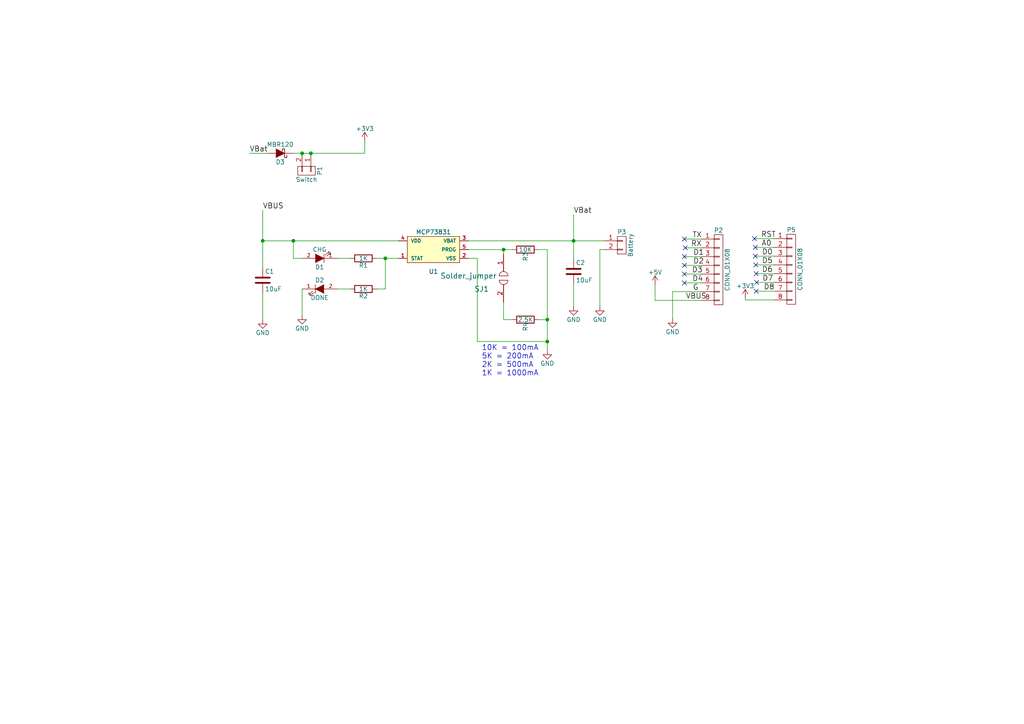
<source format=kicad_sch>
(kicad_sch (version 20230121) (generator eeschema)
  (paper "A4")
  (title_block (title "WeMo LiPoly/LiIon Backpack") (date "2016-05-05") (rev "v0.1") (company "Electronic Cats") (comment 1 "Andrés Sabas"))
  (lib_symbols
    (symbol "BackpackLipoWemo-rescue:+3.3V" (power) (pin_names (offset 0))
      (property "Value" "+3.3V" (at 0 3.556 0))
      (symbol "+3.3V_0_1"
        (polyline (pts (xy -0.762 1.27) (xy 0 2.54)))
        (polyline (pts (xy 0 0) (xy 0 2.54)))
        (polyline (pts (xy 0 2.54) (xy 0.762 1.27)))
      )
      (symbol "+3.3V_1_1"
        (pin power_in line (at 0 0 90) (length 0) hide (name "+3V3") (number "1"))
      )
    )
    (symbol "BackpackLipoWemo-rescue:+5V" (power) (pin_names (offset 0))
      (property "Value" "+5V" (at 0 3.556 0))
      (symbol "+5V_0_1"
        (polyline (pts (xy -0.762 1.27) (xy 0 2.54)))
        (polyline (pts (xy 0 0) (xy 0 2.54)))
        (polyline (pts (xy 0 2.54) (xy 0.762 1.27)))
      )
      (symbol "+5V_1_1"
        (pin power_in line (at 0 0 90) (length 0) hide (name "+5V") (number "1"))
      )
    )
    (symbol "BackpackLipoWemo-rescue:C" (pin_numbers hide) (pin_names (offset 0.254))
      (property "Reference" "C" (at 0.635 2.54 0))
      (property "Value" "C" (at 0.635 -2.54 0))
      (symbol "C_0_1"
        (polyline (pts (xy -2.032 -0.762) (xy 2.032 -0.762)) (stroke (width 0.508)))
        (polyline (pts (xy -2.032 0.762) (xy 2.032 0.762)) (stroke (width 0.508)))
      )
      (symbol "C_1_1"
        (pin passive line (at 0 3.81 270) (length 2.794) (name "~") (number "1"))
        (pin passive line (at 0 -3.81 90) (length 2.794) (name "~") (number "2"))
      )
    )
    (symbol "BackpackLipoWemo-rescue:CONN_01X02" (pin_names (offset 1.016) hide)
      (property "Reference" "P" (at 0 3.81 0))
      (property "Value" "CONN_01X02" (at 2.54 0 90))
      (symbol "CONN_01X02_0_1"
        (rectangle (start -1.27 -1.143) (end 0.254 -1.397))
        (rectangle (start -1.27 1.397) (end 0.254 1.143))
        (rectangle (start -1.27 2.54) (end 1.27 -2.54))
      )
      (symbol "CONN_01X02_1_1"
        (pin passive line (at -5.08 1.27 0) (length 3.81) (name "P1") (number "1"))
        (pin passive line (at -5.08 -1.27 0) (length 3.81) (name "P2") (number "2"))
      )
    )
    (symbol "BackpackLipoWemo-rescue:CONN_01X08" (pin_names (offset 1.016) hide)
      (property "Reference" "P" (at 0 11.43 0))
      (property "Value" "CONN_01X08" (at 2.54 0 90))
      (symbol "CONN_01X08_0_1"
        (rectangle (start -1.27 -10.16) (end 1.27 10.16))
        (rectangle (start -1.27 -8.763) (end 0.254 -9.017))
        (rectangle (start -1.27 -6.223) (end 0.254 -6.477))
        (rectangle (start -1.27 -3.683) (end 0.254 -3.937))
        (rectangle (start -1.27 -1.143) (end 0.254 -1.397))
        (rectangle (start -1.27 1.397) (end 0.254 1.143))
        (rectangle (start -1.27 3.937) (end 0.254 3.683))
        (rectangle (start -1.27 6.477) (end 0.254 6.223))
        (rectangle (start -1.27 9.017) (end 0.254 8.763))
      )
      (symbol "CONN_01X08_1_1"
        (pin passive line (at -5.08 8.89 0) (length 3.81) (name "P1") (number "1"))
        (pin passive line (at -5.08 6.35 0) (length 3.81) (name "P2") (number "2"))
        (pin passive line (at -5.08 3.81 0) (length 3.81) (name "P3") (number "3"))
        (pin passive line (at -5.08 1.27 0) (length 3.81) (name "P4") (number "4"))
        (pin passive line (at -5.08 -1.27 0) (length 3.81) (name "P5") (number "5"))
        (pin passive line (at -5.08 -3.81 0) (length 3.81) (name "P6") (number "6"))
        (pin passive line (at -5.08 -6.35 0) (length 3.81) (name "P7") (number "7"))
        (pin passive line (at -5.08 -8.89 0) (length 3.81) (name "P8") (number "8"))
      )
    )
    (symbol "BackpackLipoWemo-rescue:D_Schottky" (pin_numbers hide) (pin_names (offset 1.016) hide)
      (property "Reference" "D" (at 0 2.54 0))
      (property "Value" "D_Schottky" (at 0 -2.54 0))
      (symbol "D_Schottky_0_1"
        (polyline (pts (xy 1.27 1.27) (xy -1.27 0) (xy 1.27 -1.27)) (fill (type outline)))
        (polyline (pts (xy -1.905 0.635) (xy -1.905 1.27) (xy -1.27 1.27) (xy -1.27 -1.27) (xy -0.635 -1.27) (xy -0.635 -0.635)) (stroke (width 0.2032)))
      )
      (symbol "D_Schottky_1_1"
        (pin passive line (at -3.81 0 0) (length 2.54) (name "K") (number "1"))
        (pin passive line (at 3.81 0 180) (length 2.54) (name "A") (number "2"))
      )
    )
    (symbol "BackpackLipoWemo-rescue:GND" (power) (pin_names (offset 0))
      (property "Value" "GND" (at 0 -3.81 0))
      (symbol "GND_0_1"
        (polyline (pts (xy 0 0) (xy 0 -1.27) (xy 1.27 -1.27) (xy 0 -2.54) (xy -1.27 -1.27) (xy 0 -1.27)))
      )
      (symbol "GND_1_1"
        (pin power_in line (at 0 0 270) (length 0) hide (name "GND") (number "1"))
      )
    )
    (symbol "BackpackLipoWemo-rescue:LED" (pin_names (offset 1.016) hide)
      (property "Reference" "D" (at 0 2.54 0))
      (property "Value" "LED" (at 0 -2.54 0))
      (symbol "LED_0_1"
        (polyline (pts (xy -1.27 1.27) (xy -1.27 -1.27)))
        (polyline (pts (xy -2.032 -0.635) (xy -3.175 -1.651) (xy -3.048 -1.016)))
        (polyline (pts (xy -1.651 -1.016) (xy -2.794 -2.032) (xy -2.667 -1.397)))
        (polyline (pts (xy 1.27 1.27) (xy -1.27 0) (xy 1.27 -1.27)) (fill (type outline)))
      )
      (symbol "LED_1_1"
        (pin passive line (at -5.08 0 0) (length 3.81) (name "K") (number "1"))
        (pin passive line (at 5.08 0 180) (length 3.81) (name "A") (number "2"))
      )
    )
    (symbol "BackpackLipoWemo-rescue:MCP73831" (pin_names (offset 1.016))
      (property "Reference" "U" (at 0 -6.35 0))
      (property "Value" "MCP73831" (at 0 5.08 0))
      (symbol "MCP73831_0_1"
        (rectangle (start -7.62 3.81) (end 7.62 -3.81) (fill (type background)))
      )
      (symbol "MCP73831_1_1"
        (pin input line (at -10.16 -2.54 0) (length 2.54) (name "STAT") (number "1"))
        (pin input line (at 10.16 -2.54 180) (length 2.54) (name "VSS") (number "2"))
        (pin input line (at 10.16 2.54 180) (length 2.54) (name "VBAT") (number "3"))
        (pin input line (at -10.16 2.54 0) (length 2.54) (name "VDD") (number "4"))
        (pin input line (at 10.16 0 180) (length 2.54) (name "PROG") (number "5"))
      )
    )
    (symbol "BackpackLipoWemo-rescue:R" (pin_numbers hide) (pin_names (offset 0))
      (property "Reference" "R" (at 2.032 0 90))
      (property "Value" "R" (at 0 0 90))
      (symbol "R_0_1"
        (rectangle (start -1.016 -2.54) (end 1.016 2.54) (stroke (width 0.254)))
      )
      (symbol "R_1_1"
        (pin passive line (at 0 3.81 270) (length 1.27) (name "~") (number "1"))
        (pin passive line (at 0 -3.81 90) (length 1.27) (name "~") (number "2"))
      )
    )
    (symbol "BackpackLipoWemo-rescue:Solder_jumper" (pin_names (offset 1.016))
      (property "Reference" "SJ" (at -6.35 -2.54 0))
      (property "Value" "Solder_jumper" (at -10.16 1.27 0))
      (symbol "Solder_jumper_0_1"
        (arc (start -1.27 0) (mid 0 -1.2645) (end 1.27 0))
        (polyline (pts (xy -1.27 0) (xy 1.27 0)))
        (polyline (pts (xy 1.27 1.27) (xy -1.27 1.27)))
        (arc (start 1.27 1.27) (mid 0 2.5345) (end -1.27 1.27))
      )
      (symbol "Solder_jumper_1_1"
        (pin input line (at 0 7.62 270) (length 5.08) (name "~") (number "1"))
        (pin input line (at 0 -6.35 90) (length 5.08) (name "~") (number "2"))
      )
    )
  )
  (junction (at 76.2 69.85))
  (junction (at 87.63 44.45))
  (junction (at 166.37 69.85))
  (junction (at 158.75 92.71))
  (junction (at 158.75 99.06))
  (junction (at 111.76 74.93))
  (junction (at 90.17 44.45))
  (junction (at 146.05 72.39))
  (junction (at 85.09 69.85))
  (no_connect (at 219.075 74.295))
  (no_connect (at 219.456 81.915))
  (no_connect (at 218.821 69.215))
  (no_connect (at 198.501 79.502))
  (no_connect (at 198.501 82.042))
  (no_connect (at 219.329 79.375))
  (no_connect (at 198.501 76.962))
  (no_connect (at 219.075 71.755))
  (no_connect (at 198.755 71.882))
  (no_connect (at 198.501 69.342))
  (no_connect (at 219.202 76.835))
  (no_connect (at 198.501 74.422))
  (no_connect (at 219.329 84.455))
  (wire (pts (xy 111.76 83.82) (xy 111.76 74.93)))
  (wire (pts (xy 135.89 72.39) (xy 146.05 72.39)))
  (wire (pts (xy 224.409 69.215) (xy 218.821 69.215)))
  (wire (pts (xy 111.76 74.93) (xy 115.57 74.93)))
  (wire (pts (xy 166.37 69.85) (xy 175.26 69.85)))
  (wire (pts (xy 85.09 69.85) (xy 115.57 69.85)))
  (wire (pts (xy 76.2 69.85) (xy 85.09 69.85)))
  (wire (pts (xy 138.43 99.06) (xy 158.75 99.06)))
  (wire (pts (xy 87.63 45.72) (xy 87.63 44.45)))
  (wire (pts (xy 166.37 69.85) (xy 166.37 74.93)))
  (wire (pts (xy 224.409 76.835) (xy 219.202 76.835)))
  (wire (pts (xy 224.409 74.295) (xy 219.075 74.295)))
  (wire (pts (xy 175.26 72.39) (xy 173.99 72.39)))
  (wire (pts (xy 158.75 92.71) (xy 158.75 99.06)))
  (wire (pts (xy 97.79 83.82) (xy 101.6 83.82)))
  (wire (pts (xy 138.43 74.93) (xy 138.43 99.06)))
  (wire (pts (xy 156.21 92.71) (xy 158.75 92.71)))
  (wire (pts (xy 203.327 69.342) (xy 198.501 69.342)))
  (wire (pts (xy 146.05 73.66) (xy 146.05 72.39)))
  (wire (pts (xy 109.22 74.93) (xy 111.76 74.93)))
  (wire (pts (xy 166.37 82.55) (xy 166.37 88.9)))
  (wire (pts (xy 76.2 85.09) (xy 76.2 92.71)))
  (wire (pts (xy 135.89 69.85) (xy 166.37 69.85)))
  (wire (pts (xy 90.17 44.45) (xy 105.791 44.45)))
  (wire (pts (xy 109.22 83.82) (xy 111.76 83.82)))
  (wire (pts (xy 146.05 87.63) (xy 146.05 92.71)))
  (wire (pts (xy 216.154 86.995) (xy 216.154 86.487)))
  (wire (pts (xy 224.409 84.455) (xy 219.329 84.455)))
  (wire (pts (xy 203.327 71.882) (xy 198.755 71.882)))
  (wire (pts (xy 101.6 74.93) (xy 97.79 74.93)))
  (wire (pts (xy 87.63 44.45) (xy 90.17 44.45)))
  (wire (pts (xy 158.75 72.39) (xy 158.75 92.71)))
  (wire (pts (xy 203.327 74.422) (xy 198.501 74.422)))
  (wire (pts (xy 203.327 79.502) (xy 198.501 79.502)))
  (wire (pts (xy 173.99 72.39) (xy 173.99 88.9)))
  (wire (pts (xy 135.89 74.93) (xy 138.43 74.93)))
  (wire (pts (xy 87.63 83.82) (xy 87.63 91.44)))
  (wire (pts (xy 85.09 74.93) (xy 85.09 69.85)))
  (wire (pts (xy 224.409 79.375) (xy 219.329 79.375)))
  (wire (pts (xy 76.2 60.96) (xy 76.2 69.85)))
  (wire (pts (xy 146.05 72.39) (xy 148.59 72.39)))
  (wire (pts (xy 158.75 72.39) (xy 156.21 72.39)))
  (wire (pts (xy 224.409 81.915) (xy 219.456 81.915)))
  (wire (pts (xy 216.154 86.995) (xy 224.409 86.995)))
  (wire (pts (xy 203.327 76.962) (xy 198.501 76.962)))
  (wire (pts (xy 189.992 87.122) (xy 203.327 87.122)))
  (wire (pts (xy 146.05 92.71) (xy 148.59 92.71)))
  (wire (pts (xy 105.791 44.45) (xy 105.791 40.894)))
  (wire (pts (xy 87.63 74.93) (xy 85.09 74.93)))
  (wire (pts (xy 166.37 62.23) (xy 166.37 69.85)))
  (wire (pts (xy 85.09 44.45) (xy 87.63 44.45)))
  (wire (pts (xy 224.409 71.755) (xy 219.075 71.755)))
  (wire (pts (xy 195.072 84.582) (xy 195.072 92.456)))
  (wire (pts (xy 72.39 44.45) (xy 77.47 44.45)))
  (wire (pts (xy 195.072 84.582) (xy 203.327 84.582)))
  (wire (pts (xy 76.2 69.85) (xy 76.2 77.47)))
  (wire (pts (xy 158.75 99.06) (xy 158.75 101.6)))
  (wire (pts (xy 203.327 82.042) (xy 198.501 82.042)))
  (wire (pts (xy 189.992 82.55) (xy 189.992 87.122)))
  (text "10K = 100mA\n5K = 200mA\n2K = 500mA\n1K = 1000mA" (at 139.7 109.22 0) (effects (font (size 1.524 1.524)) (justify left bottom)))
  (label "D7" (at 221.107 81.915 0) (effects (font (size 1.524 1.524))))
  (label "VBUS" (at 198.882 87.122 0) (effects (font (size 1.524 1.524))))
  (label "D0" (at 220.98 74.295 0) (effects (font (size 1.524 1.524))))
  (label "D5" (at 220.98 76.835 0) (effects (font (size 1.524 1.524))))
  (label "D2" (at 201.041 76.962 0) (effects (font (size 1.524 1.524))))
  (label "D6" (at 220.98 79.375 0) (effects (font (size 1.524 1.524))))
  (label "D3" (at 200.66 79.502 0) (effects (font (size 1.524 1.524))))
  (label "D8" (at 221.488 84.455 0) (effects (font (size 1.524 1.524))))
  (label "RST" (at 220.726 69.215 0) (effects (font (size 1.524 1.524))))
  (label "VBat" (at 166.37 62.23 0) (effects (font (size 1.524 1.524))))
  (label "VBat" (at 72.39 44.45 0) (effects (font (size 1.524 1.524))))
  (label "A0" (at 220.853 71.755 0) (effects (font (size 1.524 1.524))))
  (label "VBUS" (at 76.2 60.96 0) (effects (font (size 1.524 1.524))))
  (label "RX" (at 200.406 71.882 0) (effects (font (size 1.524 1.524))))
  (label "D1" (at 201.041 74.422 0) (effects (font (size 1.524 1.524))))
  (label "TX" (at 200.787 69.342 0) (effects (font (size 1.524 1.524))))
  (label "G" (at 200.914 84.582 0) (effects (font (size 1.524 1.524))))
  (label "D4" (at 200.787 82.042 0) (effects (font (size 1.524 1.524))))
  (symbol (lib_id "BackpackLipoWemo-rescue:MCP73831") (at 125.73 72.39 0) (unit 1)
    (property "Reference" "U1" (at 125.73 78.74 0))
    (property "Value" "MCP73831" (at 125.73 67.31 0))
    (property "Footprint" "TO_SOT_Packages_SMD:SOT-23-5" (effects hide))
  )
  (symbol (lib_id "BackpackLipoWemo-rescue:R") (at 152.4 72.39 270) (unit 1)
    (property "Reference" "R3" (at 152.4 74.422 0))
    (property "Value" "10K" (at 152.4 72.39 90))
    (property "Footprint" "Resistors_SMD:R_0603_HandSoldering" (effects hide))
  )
  (symbol (lib_id "BackpackLipoWemo-rescue:R") (at 152.4 92.71 270) (unit 1)
    (property "Reference" "R4" (at 152.4 94.742 0))
    (property "Value" "2.5K" (at 152.4 92.71 90))
    (property "Footprint" "Resistors_SMD:R_0603_HandSoldering" (effects hide))
  )
  (symbol (lib_id "BackpackLipoWemo-rescue:R") (at 105.41 83.82 270) (unit 1)
    (property "Reference" "R2" (at 105.41 85.852 90))
    (property "Value" "1K" (at 105.41 83.82 90))
    (property "Footprint" "Resistors_SMD:R_0603_HandSoldering" (effects hide))
  )
  (symbol (lib_id "BackpackLipoWemo-rescue:R") (at 105.41 74.93 270) (unit 1)
    (property "Reference" "R1" (at 105.41 76.962 90))
    (property "Value" "1K" (at 105.41 74.93 90))
    (property "Footprint" "Resistors_SMD:R_0603_HandSoldering" (effects hide))
  )
  (symbol (lib_id "BackpackLipoWemo-rescue:C") (at 76.2 81.28 0) (unit 1)
    (property "Reference" "C1" (at 76.835 78.74 0) (effects (justify left)))
    (property "Value" "10uF" (at 76.835 83.82 0) (effects (justify left)))
    (property "Footprint" "Capacitors_SMD:C_0603_HandSoldering" (effects hide))
  )
  (symbol (lib_id "BackpackLipoWemo-rescue:C") (at 166.37 78.74 0) (unit 1)
    (property "Reference" "C2" (at 167.005 76.2 0) (effects (justify left)))
    (property "Value" "10uF" (at 167.005 81.28 0) (effects (justify left)))
    (property "Footprint" "Capacitors_SMD:C_0603_HandSoldering" (effects hide))
  )
  (symbol (lib_id "BackpackLipoWemo-rescue:LED") (at 92.71 83.82 0) (unit 1)
    (property "Reference" "D2" (at 92.71 81.28 0))
    (property "Value" "DONE" (at 92.71 86.36 0))
    (property "Footprint" "TM:LED-0603" (effects hide))
  )
  (symbol (lib_id "BackpackLipoWemo-rescue:LED") (at 92.71 74.93 180) (unit 1)
    (property "Reference" "D1" (at 92.71 77.47 0))
    (property "Value" "CHG" (at 92.71 72.39 0))
    (property "Footprint" "TM:LED-0603" (effects hide))
  )
  (symbol (lib_id "BackpackLipoWemo-rescue:CONN_01X02") (at 88.9 49.53 270) (unit 1)
    (property "Reference" "P1" (at 92.71 49.53 0))
    (property "Value" "Switch" (at 88.9 52.07 90))
    (property "Footprint" "Pin_Headers:Pin_Header_Straight_1x02" (effects hide))
  )
  (symbol (lib_id "BackpackLipoWemo-rescue:CONN_01X02") (at 180.34 71.12 0) (unit 1)
    (property "Reference" "P3" (at 180.34 67.31 0))
    (property "Value" "Battery" (at 182.88 71.12 90))
    (property "Footprint" "open-project:CONN_JST-2_SMD" (effects hide))
  )
  (symbol (lib_id "BackpackLipoWemo-rescue:GND") (at 87.63 91.44 0) (unit 1)
    (property "Reference" "#PWR01" (effects hide))
    (property "Value" "GND" (at 87.63 95.25 0))
  )
  (symbol (lib_id "BackpackLipoWemo-rescue:GND") (at 166.37 88.9 0) (unit 1)
    (property "Reference" "#PWR02" (effects hide))
    (property "Value" "GND" (at 166.37 92.71 0))
  )
  (symbol (lib_id "BackpackLipoWemo-rescue:GND") (at 158.75 101.6 0) (unit 1)
    (property "Reference" "#PWR03" (effects hide))
    (property "Value" "GND" (at 158.75 105.41 0))
  )
  (symbol (lib_id "BackpackLipoWemo-rescue:GND") (at 173.99 88.9 0) (unit 1)
    (property "Reference" "#PWR04" (effects hide))
    (property "Value" "GND" (at 173.99 92.71 0))
  )
  (symbol (lib_id "BackpackLipoWemo-rescue:GND") (at 76.2 92.71 0) (unit 1)
    (property "Reference" "#PWR05" (effects hide))
    (property "Value" "GND" (at 76.2 96.52 0))
  )
  (symbol (lib_id "BackpackLipoWemo-rescue:Solder_jumper") (at 146.05 81.28 0) (unit 1)
    (property "Reference" "SJ1" (at 139.7 83.82 0) (effects (font (size 1.524 1.524))))
    (property "Value" "Solder_jumper" (at 135.89 80.01 0) (effects (font (size 1.524 1.524))))
    (property "Footprint" "open-project:S_JUMPER_2" (effects hide))
  )
  (symbol (lib_id "BackpackLipoWemo-rescue:GND") (at 195.072 92.456 0) (unit 1)
    (property "Reference" "#PWR06" (effects hide))
    (property "Value" "GND" (at 195.072 96.266 0))
  )
  (symbol (lib_id "BackpackLipoWemo-rescue:D_Schottky") (at 81.28 44.45 180) (unit 1)
    (property "Reference" "D3" (at 81.28 46.99 0))
    (property "Value" "MBR120" (at 81.28 41.91 0))
    (property "Footprint" "Diodes_SMD:SOD-123" (effects hide))
  )
  (symbol (lib_id "BackpackLipoWemo-rescue:CONN_01X08") (at 229.489 78.105 0) (unit 1)
    (property "Reference" "P5" (at 229.489 66.675 0))
    (property "Value" "CONN_01X08" (at 232.029 78.105 90))
    (property "Footprint" "Pin_Headers:Pin_Header_Straight_1x08" (effects hide))
  )
  (symbol (lib_id "BackpackLipoWemo-rescue:CONN_01X08") (at 208.407 78.232 0) (unit 1)
    (property "Reference" "P2" (at 208.407 66.802 0))
    (property "Value" "CONN_01X08" (at 210.947 78.232 90))
    (property "Footprint" "Pin_Headers:Pin_Header_Straight_1x08" (effects hide))
  )
  (symbol (lib_id "BackpackLipoWemo-rescue:+5V") (at 189.992 82.55 0) (unit 1)
    (property "Reference" "#PWR07" (effects hide))
    (property "Value" "+5V" (at 189.992 78.994 0))
  )
  (symbol (lib_id "BackpackLipoWemo-rescue:+3.3V") (at 216.154 86.487 0) (unit 1)
    (property "Reference" "#PWR08" (effects hide))
    (property "Value" "+3.3V" (at 216.154 82.931 0))
  )
  (symbol (lib_id "BackpackLipoWemo-rescue:+3.3V") (at 105.791 40.894 0) (unit 1)
    (property "Reference" "#PWR09" (effects hide))
    (property "Value" "+3.3V" (at 105.791 37.338 0))
  )
)
</source>
